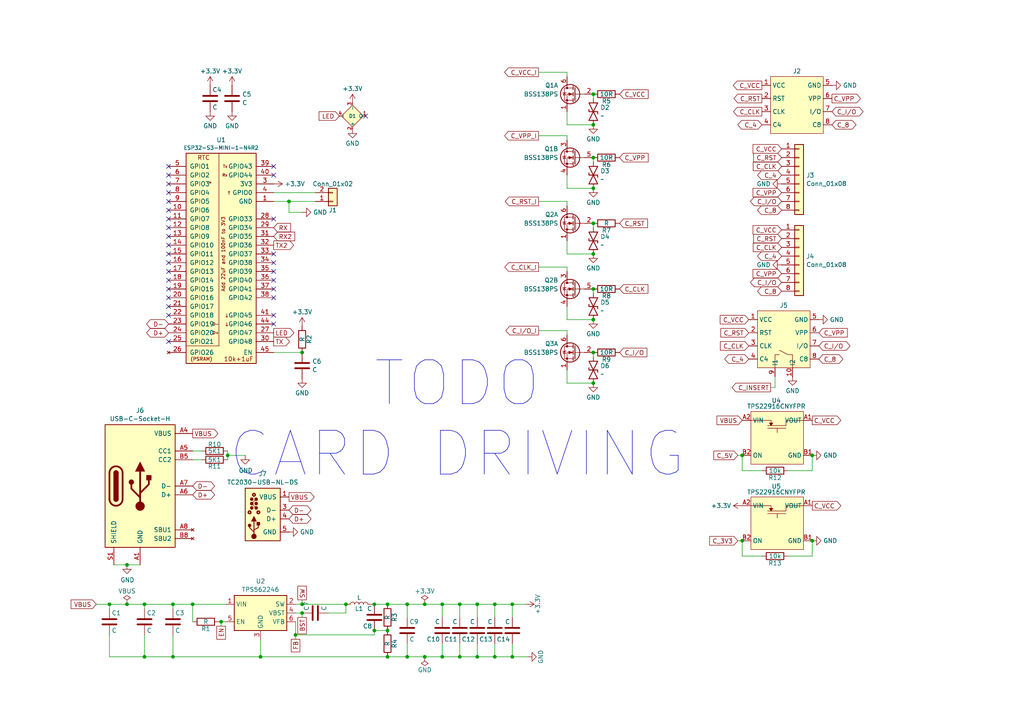
<source format=kicad_sch>
(kicad_sch (version 20250114) (generator "eeschema") (generator_version "9.0")
  (paper "A4")
  (title_block (title "ISO7816") (rev "1") (comment 1 "www.me.uk"))
  (text "TODO\nCARD DRIVING" (at 132.588 121.666 0) (effects (font (size 12.7 12.7))))
  (junction (at 172.085 102.235))
  (junction (at 85.725 184.15))
  (junction (at 172.085 92.71))
  (junction (at 31.75 175.26))
  (junction (at 87.63 102.235))
  (junction (at 41.91 190.5))
  (junction (at 172.085 111.125))
  (junction (at 148.59 175.26))
  (junction (at 235.585 132.08))
  (junction (at 41.91 175.26))
  (junction (at 50.165 190.5))
  (junction (at 172.085 27.305))
  (junction (at 172.085 45.72))
  (junction (at 36.83 163.83))
  (junction (at 143.51 175.26))
  (junction (at 172.085 36.195))
  (junction (at 66.04 132.08))
  (junction (at 50.165 175.26))
  (junction (at 108.585 175.26))
  (junction (at 235.585 156.845))
  (junction (at 133.35 190.5))
  (junction (at 148.59 190.5))
  (junction (at 172.085 73.66))
  (junction (at 75.565 190.5))
  (junction (at 55.88 175.26))
  (junction (at 64.135 180.34))
  (junction (at 123.19 190.5))
  (junction (at 143.51 190.5))
  (junction (at 128.27 190.5))
  (junction (at 112.395 182.88))
  (junction (at 100.33 175.26))
  (junction (at 133.35 175.26))
  (junction (at 215.265 156.845))
  (junction (at 138.43 190.5))
  (junction (at 172.085 64.77))
  (junction (at 83.82 58.42))
  (junction (at 215.265 132.08))
  (junction (at 118.11 175.26))
  (junction (at 112.395 175.26))
  (junction (at 87.63 175.26))
  (junction (at 118.11 190.5))
  (junction (at 128.27 175.26))
  (junction (at 108.585 182.88))
  (junction (at 172.085 83.82))
  (junction (at 87.63 177.8))
  (junction (at 36.83 175.26))
  (junction (at 112.395 190.5))
  (junction (at 172.085 54.61))
  (junction (at 138.43 175.26))
  (junction (at 123.19 175.26))
  (no_connect (at 48.895 81.28))
  (no_connect (at 79.375 78.74))
  (no_connect (at 48.895 55.88))
  (no_connect (at 106.045 33.655))
  (no_connect (at 48.895 63.5))
  (no_connect (at 48.895 60.96))
  (no_connect (at 79.375 91.44))
  (no_connect (at 48.895 91.44))
  (no_connect (at 48.895 83.82))
  (no_connect (at 48.895 58.42))
  (no_connect (at 48.895 50.8))
  (no_connect (at 48.895 53.34))
  (no_connect (at 48.895 88.9))
  (no_connect (at 79.375 48.26))
  (no_connect (at 48.895 71.12))
  (no_connect (at 48.895 48.26))
  (no_connect (at 48.895 66.04))
  (no_connect (at 79.375 86.36))
  (no_connect (at 79.375 76.2))
  (no_connect (at 48.895 68.58))
  (no_connect (at 79.375 50.8))
  (no_connect (at 48.895 76.2))
  (no_connect (at 79.375 83.82))
  (no_connect (at 48.895 99.06))
  (no_connect (at 48.895 78.74))
  (no_connect (at 79.375 93.98))
  (no_connect (at 79.375 81.28))
  (no_connect (at 79.375 73.66))
  (no_connect (at 79.375 63.5))
  (no_connect (at 48.895 86.36))
  (no_connect (at 48.895 73.66))
  (wire (pts (xy 55.88 133.35) (xy 58.42 133.35)))
  (wire (pts (xy 66.04 130.81) (xy 66.04 132.08)))
  (wire (pts (xy 172.085 103.505) (xy 172.085 102.235)))
  (wire (pts (xy 156.21 39.37) (xy 164.465 39.37)))
  (wire (pts (xy 128.27 190.5) (xy 123.19 190.5)))
  (wire (pts (xy 71.12 132.08) (xy 66.04 132.08)))
  (wire (pts (xy 31.75 190.5) (xy 31.75 184.15)))
  (wire (pts (xy 75.565 190.5) (xy 75.565 185.42)))
  (wire (pts (xy 172.085 111.125) (xy 164.465 111.125)))
  (wire (pts (xy 143.51 175.26) (xy 143.51 179.07)))
  (wire (pts (xy 41.91 175.26) (xy 50.165 175.26)))
  (wire (pts (xy 50.165 175.26) (xy 50.165 176.53)))
  (wire (pts (xy 235.585 136.525) (xy 235.585 132.08)))
  (wire (pts (xy 112.395 190.5) (xy 118.11 190.5)))
  (wire (pts (xy 138.43 175.26) (xy 138.43 179.07)))
  (wire (pts (xy 66.04 132.08) (xy 66.04 133.35)))
  (wire (pts (xy 50.165 175.26) (xy 55.88 175.26)))
  (wire (pts (xy 128.27 175.26) (xy 128.27 179.07)))
  (wire (pts (xy 235.585 161.29) (xy 235.585 156.845)))
  (wire (pts (xy 123.19 175.26) (xy 128.27 175.26)))
  (wire (pts (xy 107.95 175.26) (xy 108.585 175.26)))
  (wire (pts (xy 79.375 58.42) (xy 83.82 58.42)))
  (wire (pts (xy 91.44 58.42) (xy 83.82 58.42)))
  (wire (pts (xy 164.465 77.47) (xy 164.465 78.74)))
  (wire (pts (xy 33.02 163.83) (xy 36.83 163.83)))
  (wire (pts (xy 133.35 175.26) (xy 133.35 179.07)))
  (wire (pts (xy 118.11 175.26) (xy 123.19 175.26)))
  (wire (pts (xy 55.88 175.26) (xy 65.405 175.26)))
  (wire (pts (xy 164.465 20.955) (xy 164.465 22.225)))
  (wire (pts (xy 118.11 175.26) (xy 118.11 179.07)))
  (wire (pts (xy 164.465 107.315) (xy 164.465 111.125)))
  (wire (pts (xy 108.585 175.26) (xy 112.395 175.26)))
  (wire (pts (xy 133.35 190.5) (xy 138.43 190.5)))
  (wire (pts (xy 108.585 184.15) (xy 108.585 182.88)))
  (wire (pts (xy 215.265 136.525) (xy 220.98 136.525)))
  (wire (pts (xy 172.085 73.66) (xy 164.465 73.66)))
  (wire (pts (xy 100.33 175.26) (xy 100.33 177.8)))
  (wire (pts (xy 156.21 77.47) (xy 164.465 77.47)))
  (wire (pts (xy 164.465 58.42) (xy 164.465 59.69)))
  (wire (pts (xy 148.59 190.5) (xy 153.035 190.5)))
  (wire (pts (xy 138.43 175.26) (xy 143.51 175.26)))
  (wire (pts (xy 172.085 85.09) (xy 172.085 83.82)))
  (wire (pts (xy 172.085 28.575) (xy 172.085 27.305)))
  (wire (pts (xy 27.94 175.26) (xy 31.75 175.26)))
  (wire (pts (xy 143.51 186.69) (xy 143.51 190.5)))
  (wire (pts (xy 156.21 58.42) (xy 164.465 58.42)))
  (wire (pts (xy 31.75 175.26) (xy 36.83 175.26)))
  (wire (pts (xy 41.91 190.5) (xy 31.75 190.5)))
  (wire (pts (xy 36.83 175.26) (xy 41.91 175.26)))
  (wire (pts (xy 87.63 175.26) (xy 100.33 175.26)))
  (wire (pts (xy 133.35 186.69) (xy 133.35 190.5)))
  (wire (pts (xy 172.085 54.61) (xy 164.465 54.61)))
  (wire (pts (xy 164.465 69.85) (xy 164.465 73.66)))
  (wire (pts (xy 148.59 175.26) (xy 148.59 179.07)))
  (wire (pts (xy 138.43 190.5) (xy 143.51 190.5)))
  (wire (pts (xy 228.6 136.525) (xy 235.585 136.525)))
  (wire (pts (xy 164.465 32.385) (xy 164.465 36.195)))
  (wire (pts (xy 138.43 186.69) (xy 138.43 190.5)))
  (wire (pts (xy 156.21 20.955) (xy 164.465 20.955)))
  (wire (pts (xy 108.585 182.88) (xy 112.395 182.88)))
  (wire (pts (xy 100.33 177.8) (xy 95.25 177.8)))
  (wire (pts (xy 83.82 58.42) (xy 83.82 61.595)))
  (wire (pts (xy 83.82 61.595) (xy 87.63 61.595)))
  (wire (pts (xy 85.725 180.34) (xy 85.725 184.15)))
  (wire (pts (xy 31.75 175.26) (xy 31.75 176.53)))
  (wire (pts (xy 75.565 190.5) (xy 50.165 190.5)))
  (wire (pts (xy 41.91 184.15) (xy 41.91 190.5)))
  (wire (pts (xy 224.79 112.395) (xy 223.52 112.395)))
  (wire (pts (xy 213.995 132.08) (xy 215.265 132.08)))
  (wire (pts (xy 172.085 92.71) (xy 164.465 92.71)))
  (wire (pts (xy 224.79 109.22) (xy 224.79 112.395)))
  (wire (pts (xy 118.11 190.5) (xy 118.11 186.69)))
  (wire (pts (xy 133.35 175.26) (xy 138.43 175.26)))
  (wire (pts (xy 143.51 175.26) (xy 148.59 175.26)))
  (wire (pts (xy 215.265 156.845) (xy 215.265 161.29)))
  (wire (pts (xy 79.375 102.235) (xy 87.63 102.235)))
  (wire (pts (xy 85.725 175.26) (xy 87.63 175.26)))
  (wire (pts (xy 87.63 177.8) (xy 87.63 179.07)))
  (wire (pts (xy 156.21 95.885) (xy 164.465 95.885)))
  (wire (pts (xy 55.88 175.26) (xy 55.88 180.34)))
  (wire (pts (xy 164.465 95.885) (xy 164.465 97.155)))
  (wire (pts (xy 164.465 50.8) (xy 164.465 54.61)))
  (wire (pts (xy 228.6 161.29) (xy 235.585 161.29)))
  (wire (pts (xy 148.59 186.69) (xy 148.59 190.5)))
  (wire (pts (xy 215.265 161.29) (xy 220.98 161.29)))
  (wire (pts (xy 164.465 88.9) (xy 164.465 92.71)))
  (wire (pts (xy 112.395 175.26) (xy 118.11 175.26)))
  (wire (pts (xy 50.165 184.15) (xy 50.165 190.5)))
  (wire (pts (xy 75.565 190.5) (xy 112.395 190.5)))
  (wire (pts (xy 40.64 163.83) (xy 36.83 163.83)))
  (wire (pts (xy 148.59 175.26) (xy 152.4 175.26)))
  (wire (pts (xy 172.085 36.195) (xy 164.465 36.195)))
  (wire (pts (xy 85.725 177.8) (xy 87.63 177.8)))
  (wire (pts (xy 85.725 184.15) (xy 108.585 184.15)))
  (wire (pts (xy 123.19 190.5) (xy 118.11 190.5)))
  (wire (pts (xy 213.995 156.845) (xy 215.265 156.845)))
  (wire (pts (xy 64.135 180.34) (xy 65.405 180.34)))
  (wire (pts (xy 172.085 46.99) (xy 172.085 45.72)))
  (wire (pts (xy 55.88 130.81) (xy 58.42 130.81)))
  (wire (pts (xy 133.35 190.5) (xy 128.27 190.5)))
  (wire (pts (xy 87.63 173.99) (xy 87.63 175.26)))
  (wire (pts (xy 79.375 55.88) (xy 91.44 55.88)))
  (wire (pts (xy 128.27 175.26) (xy 133.35 175.26)))
  (wire (pts (xy 215.265 132.08) (xy 215.265 136.525)))
  (wire (pts (xy 143.51 190.5) (xy 148.59 190.5)))
  (wire (pts (xy 41.91 175.26) (xy 41.91 176.53)))
  (wire (pts (xy 128.27 186.69) (xy 128.27 190.5)))
  (wire (pts (xy 63.5 180.34) (xy 64.135 180.34)))
  (wire (pts (xy 85.725 184.15) (xy 85.725 185.42)))
  (wire (pts (xy 50.165 190.5) (xy 41.91 190.5)))
  (wire (pts (xy 172.085 66.04) (xy 172.085 64.77)))
  (wire (pts (xy 64.135 181.61) (xy 64.135 180.34)))
  (wire (pts (xy 164.465 39.37) (xy 164.465 40.64)))
  (global_label "C_VPP" (shape input) (at 226.695 79.375 180) (property "Intersheetrefs" "${INTERSHEET_REFS}" (effects (hide yes))))
  (global_label "C_5V" (shape input) (at 213.995 132.08 180) (property "Intersheetrefs" "${INTERSHEET_REFS}" (effects (hide yes))))
  (global_label "C_I{slash}O" (shape bidirectional) (at 226.695 58.42 180) (property "Intersheetrefs" "${INTERSHEET_REFS}" (effects (hide yes))))
  (global_label "C_4" (shape bidirectional) (at 226.695 74.295 180) (property "Intersheetrefs" "${INTERSHEET_REFS}" (effects (hide yes))))
  (global_label "C_VCC_I" (shape output) (at 156.21 20.955 180) (property "Intersheetrefs" "${INTERSHEET_REFS}" (effects (hide yes))))
  (global_label "C_4" (shape bidirectional) (at 220.98 36.195 180) (property "Intersheetrefs" "${INTERSHEET_REFS}" (effects (hide yes))))
  (global_label "VBUS" (shape output) (at 83.82 144.145 0) (property "Intersheetrefs" "${INTERSHEET_REFS}" (effects (hide yes))))
  (global_label "D+" (shape bidirectional) (at 83.82 150.495 0) (property "Intersheetrefs" "${INTERSHEET_REFS}" (effects (hide yes))))
  (global_label "C_4" (shape bidirectional) (at 217.17 104.14 180) (property "Intersheetrefs" "${INTERSHEET_REFS}" (effects (hide yes))))
  (global_label "TX2" (shape output) (at 79.375 71.12 0) (property "Intersheetrefs" "${INTERSHEET_REFS}" (effects (hide yes))))
  (global_label "C_INSERT" (shape output) (at 223.52 112.395 180) (property "Intersheetrefs" "${INTERSHEET_REFS}" (effects (hide yes))))
  (global_label "C_RST" (shape output) (at 220.98 28.575 180) (property "Intersheetrefs" "${INTERSHEET_REFS}" (effects (hide yes))))
  (global_label "D-" (shape bidirectional) (at 48.895 93.98 180) (property "Intersheetrefs" "${INTERSHEET_REFS}" (effects (hide yes))))
  (global_label "C_RST" (shape input) (at 217.17 96.52 180) (property "Intersheetrefs" "${INTERSHEET_REFS}" (effects (hide yes))))
  (global_label "C_3V3" (shape input) (at 213.995 156.845 180) (property "Intersheetrefs" "${INTERSHEET_REFS}" (effects (hide yes))))
  (global_label "C_VCC" (shape output) (at 235.585 121.92 0) (property "Intersheetrefs" "${INTERSHEET_REFS}" (effects (hide yes))))
  (global_label "C_CLK" (shape input) (at 217.17 100.33 180) (property "Intersheetrefs" "${INTERSHEET_REFS}" (effects (hide yes))))
  (global_label "C_CLK" (shape output) (at 220.98 32.385 180) (property "Intersheetrefs" "${INTERSHEET_REFS}" (effects (hide yes))))
  (global_label "LED" (shape input) (at 98.425 33.655 180) (property "Intersheetrefs" "${INTERSHEET_REFS}" (effects (hide yes))))
  (global_label "C_VPP" (shape input) (at 179.705 45.72 0) (property "Intersheetrefs" "${INTERSHEET_REFS}" (effects (hide yes))))
  (global_label "C_VCC" (shape input) (at 226.695 66.675 180) (property "Intersheetrefs" "${INTERSHEET_REFS}" (effects (hide yes))))
  (global_label "C_VCC" (shape output) (at 220.98 24.765 180) (property "Intersheetrefs" "${INTERSHEET_REFS}" (effects (hide yes))))
  (global_label "C_4" (shape bidirectional) (at 226.695 50.8 180) (property "Intersheetrefs" "${INTERSHEET_REFS}" (effects (hide yes))))
  (global_label "C_RST" (shape input) (at 226.695 69.215 180) (property "Intersheetrefs" "${INTERSHEET_REFS}" (effects (hide yes))))
  (global_label "C_CLK_I" (shape output) (at 156.21 77.47 180) (property "Intersheetrefs" "${INTERSHEET_REFS}" (effects (hide yes))))
  (global_label "C_RST_I" (shape output) (at 156.21 58.42 180) (property "Intersheetrefs" "${INTERSHEET_REFS}" (effects (hide yes))))
  (global_label "D+" (shape bidirectional) (at 48.895 96.52 180) (property "Intersheetrefs" "${INTERSHEET_REFS}" (effects (hide yes))))
  (global_label "C_VPP" (shape input) (at 237.49 96.52 0) (property "Intersheetrefs" "${INTERSHEET_REFS}" (effects (hide yes))))
  (global_label "C_I{slash}O_I" (shape output) (at 156.21 95.885 180) (property "Intersheetrefs" "${INTERSHEET_REFS}" (effects (hide yes))))
  (global_label "C_8" (shape bidirectional) (at 237.49 104.14 0) (property "Intersheetrefs" "${INTERSHEET_REFS}" (effects (hide yes))))
  (global_label "C_VPP" (shape output) (at 241.3 28.575 0) (property "Intersheetrefs" "${INTERSHEET_REFS}" (effects (hide yes))))
  (global_label "RX2" (shape input) (at 79.375 68.58 0) (property "Intersheetrefs" "${INTERSHEET_REFS}" (effects (hide yes))))
  (global_label "D+" (shape bidirectional) (at 55.88 143.51 0) (property "Intersheetrefs" "${INTERSHEET_REFS}" (effects (hide yes))))
  (global_label "VBUS" (shape input) (at 27.94 175.26 180) (property "Intersheetrefs" "${INTERSHEET_REFS}" (effects (hide yes))))
  (global_label "BST" (shape passive) (at 87.63 179.07 270) (property "Intersheetrefs" "${INTERSHEET_REFS}" (effects (hide yes))))
  (global_label "C_8" (shape bidirectional) (at 226.695 60.96 180) (property "Intersheetrefs" "${INTERSHEET_REFS}" (effects (hide yes))))
  (global_label "EN" (shape passive) (at 64.135 181.61 270) (property "Intersheetrefs" "${INTERSHEET_REFS}" (effects (hide yes))))
  (global_label "C_I{slash}O" (shape bidirectional) (at 241.3 32.385 0) (property "Intersheetrefs" "${INTERSHEET_REFS}" (effects (hide yes))))
  (global_label "C_VCC" (shape input) (at 226.695 43.18 180) (property "Intersheetrefs" "${INTERSHEET_REFS}" (effects (hide yes))))
  (global_label "C_CLK" (shape input) (at 226.695 71.755 180) (property "Intersheetrefs" "${INTERSHEET_REFS}" (effects (hide yes))))
  (global_label "C_VCC" (shape input) (at 179.705 27.305 0) (property "Intersheetrefs" "${INTERSHEET_REFS}" (effects (hide yes))))
  (global_label "C_I{slash}O" (shape bidirectional) (at 226.695 81.915 180) (property "Intersheetrefs" "${INTERSHEET_REFS}" (effects (hide yes))))
  (global_label "VBUS" (shape input) (at 215.265 121.92 180) (property "Intersheetrefs" "${INTERSHEET_REFS}" (effects (hide yes))))
  (global_label "C_RST" (shape input) (at 226.695 45.72 180) (property "Intersheetrefs" "${INTERSHEET_REFS}" (effects (hide yes))))
  (global_label "C_I{slash}O" (shape bidirectional) (at 237.49 100.33 0) (property "Intersheetrefs" "${INTERSHEET_REFS}" (effects (hide yes))))
  (global_label "TX" (shape output) (at 79.375 99.06 0) (property "Intersheetrefs" "${INTERSHEET_REFS}" (effects (hide yes))))
  (global_label "C_VPP_I" (shape output) (at 156.21 39.37 180) (property "Intersheetrefs" "${INTERSHEET_REFS}" (effects (hide yes))))
  (global_label "C_RST" (shape input) (at 179.705 64.77 0) (property "Intersheetrefs" "${INTERSHEET_REFS}" (effects (hide yes))))
  (global_label "C_I{slash}O" (shape input) (at 179.705 102.235 0) (property "Intersheetrefs" "${INTERSHEET_REFS}" (effects (hide yes))))
  (global_label "C_VCC" (shape input) (at 217.17 92.71 180) (property "Intersheetrefs" "${INTERSHEET_REFS}" (effects (hide yes))))
  (global_label "SW" (shape passive) (at 87.63 173.99 90) (property "Intersheetrefs" "${INTERSHEET_REFS}" (effects (hide yes))))
  (global_label "C_8" (shape bidirectional) (at 226.695 84.455 180) (property "Intersheetrefs" "${INTERSHEET_REFS}" (effects (hide yes))))
  (global_label "VBUS" (shape output) (at 55.88 125.73 0) (property "Intersheetrefs" "${INTERSHEET_REFS}" (effects (hide yes))))
  (global_label "D-" (shape bidirectional) (at 83.82 147.955 0) (property "Intersheetrefs" "${INTERSHEET_REFS}" (effects (hide yes))))
  (global_label "C_VPP" (shape input) (at 226.695 55.88 180) (property "Intersheetrefs" "${INTERSHEET_REFS}" (effects (hide yes))))
  (global_label "C_VCC" (shape output) (at 235.585 146.685 0) (property "Intersheetrefs" "${INTERSHEET_REFS}" (effects (hide yes))))
  (global_label "RX" (shape input) (at 79.375 66.04 0) (property "Intersheetrefs" "${INTERSHEET_REFS}" (effects (hide yes))))
  (global_label "FB" (shape passive) (at 85.725 185.42 270) (property "Intersheetrefs" "${INTERSHEET_REFS}" (effects (hide yes))))
  (global_label "C_8" (shape bidirectional) (at 241.3 36.195 0) (property "Intersheetrefs" "${INTERSHEET_REFS}" (effects (hide yes))))
  (global_label "D-" (shape bidirectional) (at 55.88 140.97 0) (property "Intersheetrefs" "${INTERSHEET_REFS}" (effects (hide yes))))
  (global_label "LED" (shape output) (at 79.375 96.52 0) (property "Intersheetrefs" "${INTERSHEET_REFS}" (effects (hide yes))))
  (global_label "C_CLK" (shape input) (at 179.705 83.82 0) (property "Intersheetrefs" "${INTERSHEET_REFS}" (effects (hide yes))))
  (global_label "C_CLK" (shape input) (at 226.695 48.26 180) (property "Intersheetrefs" "${INTERSHEET_REFS}" (effects (hide yes))))
  (symbol (lib_id "power:GND") (at 71.12 132.08 0) (unit 1)
    (property "Reference" "#PWR026" (effects (hide yes)))
    (property "Value" "GND" (at 71.247 136.4742 0))
    (property "Description" "Power symbol creates a global label with name \"GND\" , ground" (effects (hide yes)))
  )
  (symbol (lib_id "power:GND") (at 36.83 163.83 0) (unit 1)
    (property "Reference" "#PWR023" (effects (hide yes)))
    (property "Value" "GND" (at 36.957 168.2242 0))
    (property "Description" "Power symbol creates a global label with name \"GND\" , ground" (effects (hide yes)))
  )
  (symbol (lib_id "Device:R") (at 224.79 161.29 90) (mirror x) (unit 1)
    (property "Reference" "R13" (at 224.79 163.322 90))
    (property "Value" "10k" (at 224.79 161.29 90))
    (property "Footprint" "RevK:R_0201" (effects (hide yes)))
    (property "Description" "Resistor" (effects (hide yes)))
  )
  (symbol (lib_id "RevK:BSS138PS") (at 167.005 64.77 0) (mirror y) (unit 1)
    (property "Reference" "Q2" (at 161.925 62.23 0) (effects (justify left)))
    (property "Value" "BSS138PS" (at 161.925 64.77 0) (effects (justify left)))
    (property "Footprint" "RevK:SOT-363_SC-70-6" (effects (hide yes)))
    (property "Datasheet" "https://datasheet.lcsc.com/lcsc/1810011113_Nexperia-BSS138PS-115_C193381.pdf" (effects (hide yes)))
    (property "Description" "60 V, 320 mA dual N-channel Trench MOSFET" (effects (hide yes)))
    (property "LCSC Part #" "C193381" (effects (hide yes)))
    (property "JLCPCB Rotation Offset" "180" (effects (hide yes)))
    (property "MPN" "C193381" (effects (hide yes)))
  )
  (symbol (lib_id "RevK:ES05D1MC10") (at 172.085 50.8 270) (unit 1)
    (property "Reference" "D3" (at 174.117 49.5878 90) (effects (justify left)))
    (property "Value" "~" (at 174.117 52.0121 90) (effects (justify left)))
    (property "Footprint" "RevK:DFN1006-2L" (effects (hide yes)))
    (property "LCSC Part #" "C5137770" (effects (hide yes)))
    (property "MPN" "C5137770" (effects (hide yes)))
  )
  (symbol (lib_id "power:+3.3V") (at 87.63 94.615 0) (unit 1)
    (property "Reference" "#PWR07" (effects (hide yes)))
    (property "Value" "+3.3V" (at 87.63 90.4819 0))
    (property "Description" "Power symbol creates a global label with name \"+3.3V\"" (effects (hide yes)))
  )
  (symbol (lib_id "RevK:BSS138PS") (at 167.005 45.72 0) (mirror y) (unit 2)
    (property "Reference" "Q1" (at 161.925 43.18 0) (effects (justify left)))
    (property "Value" "BSS138PS" (at 161.925 45.72 0) (effects (justify left)))
    (property "Footprint" "RevK:SOT-363_SC-70-6" (effects (hide yes)))
    (property "Datasheet" "https://datasheet.lcsc.com/lcsc/1810011113_Nexperia-BSS138PS-115_C193381.pdf" (effects (hide yes)))
    (property "Description" "60 V, 320 mA dual N-channel Trench MOSFET" (effects (hide yes)))
    (property "LCSC Part #" "C193381" (effects (hide yes)))
    (property "JLCPCB Rotation Offset" "180" (effects (hide yes)))
    (property "MPN" "C193381" (effects (hide yes)))
  )
  (symbol (lib_id "Device:C") (at 41.91 180.34 0) (unit 1)
    (property "Reference" "C2" (at 42.545 177.8 0) (effects (justify left)))
    (property "Value" "C" (at 42.545 182.88 0) (effects (justify left)))
    (property "Footprint" "RevK:C_0402" (effects (hide yes)))
    (property "Description" "Unpolarized capacitor" (effects (hide yes)))
    (property "MPN" "C56392" (effects (hide yes)))
  )
  (symbol (lib_id "power:GND") (at 102.235 37.465 0) (unit 1)
    (property "Reference" "#PWR010" (effects (hide yes)))
    (property "Value" "GND" (at 102.235 41.5981 0))
    (property "Description" "Power symbol creates a global label with name \"GND\" , ground" (effects (hide yes)))
  )
  (symbol (lib_id "Device:R") (at 112.395 179.07 0) (unit 1)
    (property "Reference" "R3" (at 114.427 179.07 90))
    (property "Value" "R" (at 112.395 179.07 90))
    (property "Footprint" "RevK:R_0201" (effects (hide yes)))
    (property "Description" "Resistor" (effects (hide yes)))
    (property "MPN" "C310173" (effects (hide yes)))
  )
  (symbol (lib_id "power:GND") (at 235.585 156.845 90) (mirror x) (unit 1)
    (property "Reference" "#PWR022" (effects (hide yes)))
    (property "Value" "GND" (at 238.7599 156.845 90) (effects (justify right)))
    (property "Description" "Power symbol creates a global label with name \"GND\" , ground" (effects (hide yes)))
  )
  (symbol (lib_id "RevK:ES05D1MC10") (at 172.085 69.85 270) (unit 1)
    (property "Reference" "D4" (at 174.117 68.6378 90) (effects (justify left)))
    (property "Value" "~" (at 174.117 71.0621 90) (effects (justify left)))
    (property "Footprint" "RevK:DFN1006-2L" (effects (hide yes)))
    (property "LCSC Part #" "C5137770" (effects (hide yes)))
    (property "MPN" "C5137770" (effects (hide yes)))
  )
  (symbol (lib_id "Device:R") (at 62.23 130.81 90) (unit 1)
    (property "Reference" "R10" (at 62.23 128.905 90))
    (property "Value" "5K1" (at 62.23 130.81 90))
    (property "Footprint" "RevK:R_0201" (effects (hide yes)))
    (property "Description" "Resistor" (effects (hide yes)))
    (property "MPN" "C274341" (effects (hide yes)))
  )
  (symbol (lib_id "RevK:ISO7816-Socket") (at 227.33 97.79 0) (unit 1) (in_bom no)
    (property "Reference" "J5" (at 227.33 88.5769 0))
    (property "Footprint" "RevK:7434L0825S01LF" (effects (hide yes)))
    (property "Description" "ISO7816 card" (effects (hide yes)))
  )
  (symbol (lib_id "Device:C") (at 50.165 180.34 0) (unit 1)
    (property "Reference" "C3" (at 50.8 177.8 0) (effects (justify left)))
    (property "Value" "C" (at 50.8 182.88 0) (effects (justify left)))
    (property "Footprint" "RevK:C_0402" (effects (hide yes)))
    (property "Description" "Unpolarized capacitor" (effects (hide yes)))
    (property "MPN" "C56392" (effects (hide yes)))
  )
  (symbol (lib_id "RevK:ES05D1MC10") (at 172.085 88.9 270) (unit 1)
    (property "Reference" "D5" (at 174.117 87.6878 90) (effects (justify left)))
    (property "Value" "~" (at 174.117 90.1121 90) (effects (justify left)))
    (property "Footprint" "RevK:DFN1006-2L" (effects (hide yes)))
    (property "LCSC Part #" "C5137770" (effects (hide yes)))
    (property "MPN" "C5137770" (effects (hide yes)))
  )
  (symbol (lib_id "power:GND") (at 235.585 132.08 90) (mirror x) (unit 1)
    (property "Reference" "#PWR024" (effects (hide yes)))
    (property "Value" "GND" (at 238.7599 132.08 90) (effects (justify right)))
    (property "Description" "Power symbol creates a global label with name \"GND\" , ground" (effects (hide yes)))
  )
  (symbol (lib_id "Device:R") (at 59.69 180.34 270) (unit 1)
    (property "Reference" "R1" (at 59.69 182.372 90))
    (property "Value" "R" (at 59.69 180.34 90))
    (property "Footprint" "RevK:R_0201" (effects (hide yes)))
    (property "Description" "Resistor" (effects (hide yes)))
    (property "MPN" "C310173" (effects (hide yes)))
  )
  (symbol (lib_id "Device:R") (at 175.895 64.77 90) (mirror x) (unit 1)
    (property "Reference" "R7" (at 175.895 66.802 90))
    (property "Value" "R" (at 175.895 64.77 90))
    (property "Footprint" "RevK:R_0201" (effects (hide yes)))
    (property "Description" "Resistor" (effects (hide yes)))
  )
  (symbol (lib_id "power:GND") (at 229.87 109.22 0) (mirror y) (unit 1)
    (property "Reference" "#PWR027" (effects (hide yes)))
    (property "Value" "GND" (at 229.87 113.3531 0))
    (property "Description" "Power symbol creates a global label with name \"GND\" , ground" (effects (hide yes)))
  )
  (symbol (lib_id "power:GND") (at 172.085 54.61 0) (unit 1)
    (property "Reference" "#PWR014" (effects (hide yes)))
    (property "Value" "GND" (at 172.085 58.7431 0))
    (property "Description" "Power symbol creates a global label with name \"GND\" , ground" (effects (hide yes)))
  )
  (symbol (lib_id "power:GND") (at 67.31 32.385 0) (unit 1)
    (property "Reference" "#PWR04" (effects (hide yes)))
    (property "Value" "GND" (at 67.31 36.5181 0))
    (property "Description" "Power symbol creates a global label with name \"GND\" , ground" (effects (hide yes)))
  )
  (symbol (lib_id "RevK:ES05D1MC10") (at 172.085 107.315 270) (unit 1)
    (property "Reference" "D6" (at 174.117 106.1028 90) (effects (justify left)))
    (property "Value" "~" (at 174.117 108.5271 90) (effects (justify left)))
    (property "Footprint" "RevK:DFN1006-2L" (effects (hide yes)))
    (property "LCSC Part #" "C5137770" (effects (hide yes)))
    (property "MPN" "C5137770" (effects (hide yes)))
  )
  (symbol (lib_id "Device:R") (at 112.395 186.69 0) (unit 1)
    (property "Reference" "R4" (at 114.427 186.69 90))
    (property "Value" "R" (at 112.395 186.69 90))
    (property "Footprint" "RevK:R_0201" (effects (hide yes)))
    (property "Description" "Resistor" (effects (hide yes)))
    (property "MPN" "C320835" (effects (hide yes)))
  )
  (symbol (lib_id "power:PWR_FLAG") (at 36.83 175.26 0) (unit 1)
    (property "Reference" "#FLG01" (effects (hide yes)))
    (property "Value" "VBUS" (at 36.83 171.45 0))
    (property "Description" "Special symbol for telling ERC where power comes from" (effects (hide yes)))
  )
  (symbol (lib_id "power:GND") (at 87.63 109.855 0) (unit 1)
    (property "Reference" "#PWR08" (effects (hide yes)))
    (property "Value" "GND" (at 87.63 113.9881 0))
    (property "Description" "Power symbol creates a global label with name \"GND\" , ground" (effects (hide yes)))
  )
  (symbol (lib_id "Device:L") (at 104.14 175.26 90) (unit 1)
    (property "Reference" "L1" (at 104.14 176.53 90))
    (property "Value" "L" (at 104.14 173.355 90))
    (property "Footprint" "RevK:L_5x5" (effects (hide yes)))
    (property "Description" "Inductor" (effects (hide yes)))
    (property "MPN" "C307876" (effects (hide yes)))
  )
  (symbol (lib_id "Connector_Generic:Conn_01x08") (at 231.775 50.8 0) (unit 1)
    (property "Reference" "J3" (at 233.807 50.8578 0) (effects (justify left)))
    (property "Value" "Conn_01x08" (at 233.807 53.2821 0) (effects (justify left)))
    (property "Footprint" "Connector_PinHeader_2.54mm:PinHeader_1x08_P2.54mm_Vertical" (effects (hide yes)))
    (property "Description" "Generic connector, single row, 01x08, script generated (kicad-library-utils/schlib/autogen/connector/)" (effects (hide yes)))
  )
  (symbol (lib_id "power:GND") (at 237.49 92.71 90) (mirror x) (unit 1)
    (property "Reference" "#PWR021" (effects (hide yes)))
    (property "Value" "GND" (at 240.6649 92.71 90) (effects (justify right)))
    (property "Description" "Power symbol creates a global label with name \"GND\" , ground" (effects (hide yes)))
  )
  (symbol (lib_id "RevK:TPS562246") (at 75.565 177.8 0) (unit 1)
    (property "Reference" "U2" (at 75.565 168.5755 0))
    (property "Value" "TPS562246" (at 75.565 170.9998 0))
    (property "Footprint" "RevK:SOT-563" (effects (hide yes)))
    (property "Datasheet" "https://www.ti.com/lit/ds/symlink/tps562246.pdf" (effects (hide yes)))
    (property "Description" "2A Synchronous Step-Down Voltage Regulator 580kHz, adjustable output voltage, 4.5-17V Input Voltage, 0.804V-7V Output Voltage, SOT-563" (effects (hide yes)))
    (property "MPN" "C41833479" (effects (hide yes)))
    (property "Rotation Offset" "180" (effects (hide yes)))
  )
  (symbol (lib_id "RevK:TC2030-USB-NL") (at 76.2 149.225 0) (unit 1) (in_bom no)
    (property "Reference" "J7" (at 76.2 137.4605 0))
    (property "Value" "TC2030-USB-NL-DS" (at 76.2 139.8848 0))
    (property "Footprint" "RevK:Tag-Connect_TC2030-IDC-NL_2x03_P1.27mm_Vertical" (effects (hide yes)))
    (property "Description" "TC2030-USB-NL" (effects (hide yes)))
  )
  (symbol (lib_id "Device:C") (at 143.51 182.88 180) (unit 1)
    (property "Reference" "C13" (at 142.875 185.42 0) (effects (justify left)))
    (property "Value" "C" (at 142.875 180.34 0) (effects (justify left)))
    (property "Footprint" "RevK:C_0201" (effects (hide yes)))
    (property "Description" "Unpolarized capacitor" (effects (hide yes)))
    (property "MPN" "C76934" (effects (hide yes)))
  )
  (symbol (lib_id "power:+3.3V") (at 79.375 53.34 270) (unit 1)
    (property "Reference" "#PWR05" (effects (hide yes)))
    (property "Value" "+3.3V" (at 82.55 53.34 90) (effects (justify left)))
    (property "Description" "Power symbol creates a global label with name \"+3.3V\"" (effects (hide yes)))
  )
  (symbol (lib_id "RevK:BSS138PS") (at 167.005 83.82 0) (mirror y) (unit 2)
    (property "Reference" "Q2" (at 161.925 81.28 0) (effects (justify left)))
    (property "Value" "BSS138PS" (at 161.925 83.82 0) (effects (justify left)))
    (property "Footprint" "RevK:SOT-363_SC-70-6" (effects (hide yes)))
    (property "Datasheet" "https://datasheet.lcsc.com/lcsc/1810011113_Nexperia-BSS138PS-115_C193381.pdf" (effects (hide yes)))
    (property "Description" "60 V, 320 mA dual N-channel Trench MOSFET" (effects (hide yes)))
    (property "LCSC Part #" "C193381" (effects (hide yes)))
    (property "JLCPCB Rotation Offset" "180" (effects (hide yes)))
    (property "MPN" "C193381" (effects (hide yes)))
  )
  (symbol (lib_id "Device:C") (at 148.59 182.88 180) (unit 1)
    (property "Reference" "C14" (at 147.955 185.42 0) (effects (justify left)))
    (property "Value" "C" (at 147.955 180.34 0) (effects (justify left)))
    (property "Footprint" "RevK:C_0201" (effects (hide yes)))
    (property "Description" "Unpolarized capacitor" (effects (hide yes)))
    (property "MPN" "C76934" (effects (hide yes)))
  )
  (symbol (lib_id "RevK:ES05D1MC10") (at 172.085 32.385 270) (unit 1)
    (property "Reference" "D2" (at 174.117 31.1728 90) (effects (justify left)))
    (property "Value" "~" (at 174.117 33.5971 90) (effects (justify left)))
    (property "Footprint" "RevK:DFN1006-2L" (effects (hide yes)))
    (property "LCSC Part #" "C5137770" (effects (hide yes)))
    (property "MPN" "C5137770" (effects (hide yes)))
  )
  (symbol (lib_id "power:GND") (at 87.63 61.595 90) (unit 1)
    (property "Reference" "#PWR06" (effects (hide yes)))
    (property "Value" "GND" (at 90.805 61.595 90) (effects (justify right)))
    (property "Description" "Power symbol creates a global label with name \"GND\" , ground" (effects (hide yes)))
  )
  (symbol (lib_id "power:GND") (at 241.3 24.765 90) (unit 1)
    (property "Reference" "#PWR020" (effects (hide yes)))
    (property "Value" "GND" (at 244.475 24.765 90) (effects (justify right)))
    (property "Description" "Power symbol creates a global label with name \"GND\" , ground" (effects (hide yes)))
  )
  (symbol (lib_id "power:GND") (at 226.695 53.34 270) (unit 1)
    (property "Reference" "#PWR018" (effects (hide yes)))
    (property "Value" "GND" (at 223.5201 53.34 90) (effects (justify right)))
    (property "Description" "Power symbol creates a global label with name \"GND\" , ground" (effects (hide yes)))
  )
  (symbol (lib_id "RevK:TPS22916") (at 225.425 127 0) (unit 1)
    (property "Reference" "U4" (at 225.171 116.1746 0))
    (property "Value" "TPS22916CNYFPR" (at 225.171 117.856 0))
    (property "Footprint" "RevK:WCSP-4-0.78x0.78" (effects (hide yes)))
    (property "MPN" "C2655476" (effects (hide yes)))
    (property "Rotation Offset" "90" (effects (hide yes)))
  )
  (symbol (lib_id "Device:C") (at 67.31 28.575 0) (unit 1)
    (property "Reference" "C5" (at 70.231 27.3628 0) (effects (justify left)))
    (property "Value" "C" (at 70.231 29.7871 0) (effects (justify left)))
    (property "Footprint" "RevK:C_0603" (effects (hide yes)))
    (property "Description" "Unpolarized capacitor" (effects (hide yes)))
  )
  (symbol (lib_id "Device:R") (at 224.79 136.525 90) (mirror x) (unit 1)
    (property "Reference" "R12" (at 224.79 138.557 90))
    (property "Value" "10k" (at 224.79 136.525 90))
    (property "Footprint" "RevK:R_0201" (effects (hide yes)))
    (property "Description" "Resistor" (effects (hide yes)))
  )
  (symbol (lib_id "RevK:BSS138PS") (at 167.005 102.235 0) (mirror y) (unit 1)
    (property "Reference" "Q3" (at 161.925 99.695 0) (effects (justify left)))
    (property "Value" "BSS138PS" (at 161.925 102.235 0) (effects (justify left)))
    (property "Footprint" "RevK:SOT-363_SC-70-6" (effects (hide yes)))
    (property "Datasheet" "https://datasheet.lcsc.com/lcsc/1810011113_Nexperia-BSS138PS-115_C193381.pdf" (effects (hide yes)))
    (property "Description" "60 V, 320 mA dual N-channel Trench MOSFET" (effects (hide yes)))
    (property "LCSC Part #" "C193381" (effects (hide yes)))
    (property "JLCPCB Rotation Offset" "180" (effects (hide yes)))
    (property "MPN" "C193381" (effects (hide yes)))
  )
  (symbol (lib_id "power:+3.3V") (at 152.4 175.26 270) (unit 1)
    (property "Reference" "#PWR011" (effects (hide yes)))
    (property "Value" "+3.3V" (at 155.956 175.26 0))
    (property "Description" "Power symbol creates a global label with name \"+3.3V\"" (effects (hide yes)))
  )
  (symbol (lib_id "power:GND") (at 226.695 76.835 270) (unit 1)
    (property "Reference" "#PWR019" (effects (hide yes)))
    (property "Value" "GND" (at 223.5201 76.835 90) (effects (justify right)))
    (property "Description" "Power symbol creates a global label with name \"GND\" , ground" (effects (hide yes)))
  )
  (symbol (lib_id "power:PWR_FLAG") (at 123.19 175.26 0) (unit 1)
    (property "Reference" "#FLG02" (effects (hide yes)))
    (property "Value" "+3.3V" (at 123.19 171.45 0))
    (property "Description" "Special symbol for telling ERC where power comes from" (effects (hide yes)))
  )
  (symbol (lib_id "Device:R") (at 175.895 45.72 90) (mirror x) (unit 1)
    (property "Reference" "R6" (at 175.895 47.752 90))
    (property "Value" "10R" (at 175.895 45.72 90))
    (property "Footprint" "RevK:R_0201" (effects (hide yes)))
    (property "Description" "Resistor" (effects (hide yes)))
  )
  (symbol (lib_id "power:GND") (at 60.96 32.385 0) (unit 1)
    (property "Reference" "#PWR02" (effects (hide yes)))
    (property "Value" "GND" (at 60.96 36.5181 0))
    (property "Description" "Power symbol creates a global label with name \"GND\" , ground" (effects (hide yes)))
  )
  (symbol (lib_id "RevK:ISO7816") (at 231.14 29.845 0) (unit 1) (in_bom no)
    (property "Reference" "J2" (at 231.14 20.6319 0))
    (property "Footprint" "RevK:ISO7816" (effects (hide yes)))
    (property "Description" "ISO7816 card" (effects (hide yes)))
  )
  (symbol (lib_id "Connector_Generic:Conn_01x02") (at 96.52 58.42 0) (mirror x) (unit 1) (in_bom no)
    (property "Reference" "J1" (at 96.52 60.96 0))
    (property "Value" "Conn_01x02" (at 96.52 53.34 0))
    (property "Footprint" "RevK:AA-Pad" (effects (hide yes)))
    (property "Description" "Generic connector, single row, 01x02, script generated (kicad-library-utils/schlib/autogen/connector/)" (effects (hide yes)))
  )
  (symbol (lib_id "RevK:USB-C-Socket-H") (at 40.64 140.97 0) (unit 1)
    (property "Reference" "J6" (at 40.64 119.0457 0))
    (property "Value" "USB-C-Socket-H" (at 40.64 121.4699 0))
    (property "Footprint" "RevK:USB-C-Socket-H" (effects (hide yes)))
    (property "Description" "USB 2.0-only Type-C Receptacle connector" (effects (hide yes)))
    (property "MPN" "C709357" (effects (hide yes)))
  )
  (symbol (lib_id "power:+3.3V") (at 215.265 146.685 90) (unit 1)
    (property "Reference" "#PWR025" (effects (hide yes)))
    (property "Value" "+3.3V" (at 212.09 146.685 90) (effects (justify left)))
    (property "Description" "Power symbol creates a global label with name \"+3.3V\"" (effects (hide yes)))
  )
  (symbol (lib_id "Device:R") (at 175.895 83.82 90) (mirror x) (unit 1)
    (property "Reference" "R8" (at 175.895 85.852 90))
    (property "Value" "10R" (at 175.895 83.82 90))
    (property "Footprint" "RevK:R_0201" (effects (hide yes)))
    (property "Description" "Resistor" (effects (hide yes)))
  )
  (symbol (lib_id "Device:C") (at 138.43 182.88 180) (unit 1)
    (property "Reference" "C12" (at 137.795 185.42 0) (effects (justify left)))
    (property "Value" "C" (at 137.795 180.34 0) (effects (justify left)))
    (property "Footprint" "RevK:C_0201" (effects (hide yes)))
    (property "Description" "Unpolarized capacitor" (effects (hide yes)))
    (property "MPN" "C76934" (effects (hide yes)))
  )
  (symbol (lib_id "power:GND") (at 172.085 92.71 0) (unit 1)
    (property "Reference" "#PWR016" (effects (hide yes)))
    (property "Value" "GND" (at 172.085 96.8431 0))
    (property "Description" "Power symbol creates a global label with name \"GND\" , ground" (effects (hide yes)))
  )
  (symbol (lib_id "power:GND") (at 83.82 154.305 90) (unit 1)
    (property "Reference" "#PWR029" (effects (hide yes)))
    (property "Value" "GND" (at 86.995 154.305 90) (effects (justify right)))
    (property "Description" "Power symbol creates a global label with name \"GND\" , ground" (effects (hide yes)))
  )
  (symbol (lib_id "Device:R") (at 175.895 102.235 90) (mirror x) (unit 1)
    (property "Reference" "R9" (at 175.895 104.267 90))
    (property "Value" "10R" (at 175.895 102.235 90))
    (property "Footprint" "RevK:R_0201" (effects (hide yes)))
    (property "Description" "Resistor" (effects (hide yes)))
  )
  (symbol (lib_id "power:+3.3V") (at 102.235 29.845 0) (unit 1)
    (property "Reference" "#PWR09" (effects (hide yes)))
    (property "Value" "+3.3V" (at 102.235 25.7119 0))
    (property "Description" "Power symbol creates a global label with name \"+3.3V\"" (effects (hide yes)))
  )
  (symbol (lib_id "Device:C") (at 118.11 182.88 0) (unit 1)
    (property "Reference" "C9" (at 118.745 180.34 0) (effects (justify left)))
    (property "Value" "C" (at 118.745 185.42 0) (effects (justify left)))
    (property "Footprint" "RevK:C_0805" (effects (hide yes)))
    (property "Description" "Unpolarized capacitor" (effects (hide yes)))
    (property "MPN" "C16780" (effects (hide yes)))
  )
  (symbol (lib_id "power:+3.3V") (at 67.31 24.765 0) (unit 1)
    (property "Reference" "#PWR03" (effects (hide yes)))
    (property "Value" "+3.3V" (at 67.31 20.6319 0))
    (property "Description" "Power symbol creates a global label with name \"+3.3V\"" (effects (hide yes)))
  )
  (symbol (lib_id "Device:R") (at 62.23 133.35 270) (unit 1)
    (property "Reference" "R11" (at 62.23 135.255 90))
    (property "Value" "5K1" (at 62.23 133.35 90))
    (property "Footprint" "RevK:R_0201" (effects (hide yes)))
    (property "Description" "Resistor" (effects (hide yes)))
    (property "MPN" "C274341" (effects (hide yes)))
  )
  (symbol (lib_id "Device:C") (at 108.585 179.07 180) (unit 1)
    (property "Reference" "C8" (at 107.95 181.61 0) (effects (justify left)))
    (property "Value" "C" (at 107.95 176.53 0) (effects (justify left)))
    (property "Footprint" "RevK:C_0201" (effects (hide yes)))
    (property "Description" "Unpolarized capacitor" (effects (hide yes)))
    (property "MPN" "C62164" (effects (hide yes)))
  )
  (symbol (lib_id "Connector_Generic:Conn_01x08") (at 231.775 74.295 0) (unit 1)
    (property "Reference" "J4" (at 233.807 74.3528 0) (effects (justify left)))
    (property "Value" "Conn_01x08" (at 233.807 76.7771 0) (effects (justify left)))
    (property "Footprint" "Connector_PinHeader_2.54mm:PinHeader_1x08_P2.54mm_Vertical" (effects (hide yes)))
    (property "Description" "Generic connector, single row, 01x08, script generated (kicad-library-utils/schlib/autogen/connector/)" (effects (hide yes)))
  )
  (symbol (lib_id "RevK:WS2812B-1mm") (at 102.235 33.655 0) (mirror x) (unit 1)
    (property "Reference" "D1" (at 102.235 33.655 0) (effects (font (size 1 1))))
    (property "Value" "XL-1010RGBC-WS2812B" (effects (hide yes)))
    (property "Footprint" "RevK:SMD1010" (effects (hide yes)))
    (property "Datasheet" "https://datasheet.lcsc.com/lcsc/2301111010_XINGLIGHT-XL-1010RGBC-WS2812B_C5349953.pdf" (effects (hide yes)))
    (property "Description" "RGB LED with integrated controller" (effects (hide yes)))
    (property "LCSC Part #" "C5349953" (effects (hide yes)))
    (property "MPN" "C5349953" (effects (hide yes)))
  )
  (symbol (lib_id "power:GND") (at 153.035 190.5 90) (unit 1)
    (property "Reference" "#PWR012" (effects (hide yes)))
    (property "Value" "GND" (at 156.845 190.5 0))
    (property "Description" "Power symbol creates a global label with name \"GND\" , ground" (effects (hide yes)))
  )
  (symbol (lib_id "RevK:BSS138PS") (at 167.005 27.305 0) (mirror y) (unit 1)
    (property "Reference" "Q1" (at 161.925 24.765 0) (effects (justify left)))
    (property "Value" "BSS138PS" (at 161.925 27.305 0) (effects (justify left)))
    (property "Footprint" "RevK:SOT-363_SC-70-6" (effects (hide yes)))
    (property "Datasheet" "https://datasheet.lcsc.com/lcsc/1810011113_Nexperia-BSS138PS-115_C193381.pdf" (effects (hide yes)))
    (property "Description" "60 V, 320 mA dual N-channel Trench MOSFET" (effects (hide yes)))
    (property "LCSC Part #" "C193381" (effects (hide yes)))
    (property "JLCPCB Rotation Offset" "180" (effects (hide yes)))
    (property "MPN" "C193381" (effects (hide yes)))
  )
  (symbol (lib_id "power:GND") (at 172.085 36.195 0) (unit 1)
    (property "Reference" "#PWR013" (effects (hide yes)))
    (property "Value" "GND" (at 172.085 40.3281 0))
    (property "Description" "Power symbol creates a global label with name \"GND\" , ground" (effects (hide yes)))
  )
  (symbol (lib_id "RevK:TPS22916") (at 225.425 151.765 0) (unit 1)
    (property "Reference" "U5" (at 225.171 141.0666 0))
    (property "Value" "TPS22916CNYFPR" (at 225.171 142.748 0))
    (property "Footprint" "RevK:WCSP-4-0.78x0.78" (effects (hide yes)))
    (property "MPN" "C2655476" (effects (hide yes)))
    (property "Rotation Offset" "90" (effects (hide yes)))
  )
  (symbol (lib_id "Device:C") (at 87.63 106.045 0) (unit 1)
    (property "Reference" "C6" (at 90.551 104.8328 0) (effects (justify left)))
    (property "Value" "C" (at 90.551 107.2571 0) (effects (justify left)))
    (property "Footprint" "RevK:C_0402" (effects (hide yes)))
    (property "Description" "Unpolarized capacitor" (effects (hide yes)))
  )
  (symbol (lib_id "Device:R") (at 87.63 98.425 0) (unit 1)
    (property "Reference" "R2" (at 89.662 98.425 90))
    (property "Value" "R" (at 87.63 98.425 90))
    (property "Footprint" "RevK:R_0402" (effects (hide yes)))
    (property "Description" "Resistor" (effects (hide yes)))
  )
  (symbol (lib_id "Device:C") (at 60.96 28.575 0) (unit 1)
    (property "Reference" "C4" (at 61.595 26.035 0) (effects (justify left)))
    (property "Value" "C" (at 61.595 31.115 0) (effects (justify left)))
    (property "Footprint" "RevK:C_0402" (effects (hide yes)))
    (property "Description" "Unpolarized capacitor" (effects (hide yes)))
  )
  (symbol (lib_id "Device:C") (at 31.75 180.34 0) (unit 1)
    (property "Reference" "C1" (at 32.385 177.8 0) (effects (justify left)))
    (property "Value" "C" (at 32.385 182.88 0) (effects (justify left)))
    (property "Footprint" "RevK:C_0805" (effects (hide yes)))
    (property "Description" "Unpolarized capacitor" (effects (hide yes)))
    (property "MPN" "C45783" (effects (hide yes)))
  )
  (symbol (lib_id "RevK:ESP32-S3-MINI-1-N4R2") (at 64.135 74.93 0) (unit 1)
    (property "Reference" "U1" (at 64.135 40.5791 0))
    (property "Value" "ESP32-S3-MINI-1-N4R2" (at 64.135 42.8666 0) (effects (font (size 1.1 1.1))))
    (property "Footprint" "RevK:ESP32-S3-MINI-1" (effects (hide yes)))
    (property "Datasheet" "https://www.espressif.com/sites/default/files/documentation/esp32-s3-mini-1_mini-1u_datasheet_en.pdf" (effects (hide yes)))
    (property "Description" "ESP32S3" (effects (hide yes)))
    (property "LCSC Part #" "C3013941" (effects (hide yes)))
    (property "MPN" "C3013941" (effects (hide yes)))
  )
  (symbol (lib_id "power:GND") (at 172.085 111.125 0) (unit 1)
    (property "Reference" "#PWR017" (effects (hide yes)))
    (property "Value" "GND" (at 172.085 115.2581 0))
    (property "Description" "Power symbol creates a global label with name \"GND\" , ground" (effects (hide yes)))
  )
  (symbol (lib_id "Device:C") (at 128.27 182.88 180) (unit 1)
    (property "Reference" "C10" (at 127.635 185.42 0) (effects (justify left)))
    (property "Value" "C" (at 127.635 180.34 0) (effects (justify left)))
    (property "Footprint" "RevK:C_0201" (effects (hide yes)))
    (property "Description" "Unpolarized capacitor" (effects (hide yes)))
    (property "MPN" "C76934" (effects (hide yes)))
  )
  (symbol (lib_id "power:+3.3V") (at 60.96 24.765 0) (unit 1)
    (property "Reference" "#PWR01" (effects (hide yes)))
    (property "Value" "+3.3V" (at 60.96 20.6319 0))
    (property "Description" "Power symbol creates a global label with name \"+3.3V\"" (effects (hide yes)))
  )
  (symbol (lib_id "power:PWR_FLAG") (at 123.19 190.5 180) (unit 1)
    (property "Reference" "#FLG03" (effects (hide yes)))
    (property "Value" "GND" (at 123.19 194.31 0))
    (property "Description" "Special symbol for telling ERC where power comes from" (effects (hide yes)))
  )
  (symbol (lib_id "Device:C") (at 91.44 177.8 90) (unit 1)
    (property "Reference" "C7" (at 88.9 177.165 0) (effects (justify left)))
    (property "Value" "C" (at 93.98 177.165 0) (effects (justify left)))
    (property "Footprint" "RevK:C_0201" (effects (hide yes)))
    (property "Description" "Unpolarized capacitor" (effects (hide yes)))
    (property "MPN" "C76934" (effects (hide yes)))
  )
  (symbol (lib_id "Device:C") (at 133.35 182.88 180) (unit 1)
    (property "Reference" "C11" (at 132.715 185.42 0) (effects (justify left)))
    (property "Value" "C" (at 132.715 180.34 0) (effects (justify left)))
    (property "Footprint" "RevK:C_0201" (effects (hide yes)))
    (property "Description" "Unpolarized capacitor" (effects (hide yes)))
    (property "MPN" "C76934" (effects (hide yes)))
  )
  (symbol (lib_id "power:GND") (at 172.085 73.66 0) (unit 1)
    (property "Reference" "#PWR015" (effects (hide yes)))
    (property "Value" "GND" (at 172.085 77.7931 0))
    (property "Description" "Power symbol creates a global label with name \"GND\" , ground" (effects (hide yes)))
  )
  (symbol (lib_id "Device:R") (at 175.895 27.305 90) (mirror x) (unit 1)
    (property "Reference" "R5" (at 175.895 29.337 90))
    (property "Value" "10R" (at 175.895 27.305 90))
    (property "Footprint" "RevK:R_0201" (effects (hide yes)))
    (property "Description" "Resistor" (effects (hide yes)))
  )
)
</source>
